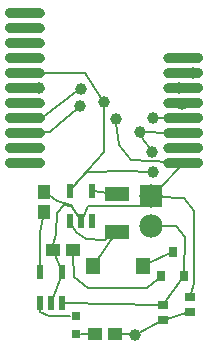
<source format=gtl>
G04 MADE WITH FRITZING*
G04 WWW.FRITZING.ORG*
G04 DOUBLE SIDED*
G04 HOLES PLATED*
G04 CONTOUR ON CENTER OF CONTOUR VECTOR*
%ASAXBY*%
%FSLAX23Y23*%
%MOIN*%
%OFA0B0*%
%SFA1.0B1.0*%
%ADD10C,0.039370*%
%ADD11C,0.078000*%
%ADD12R,0.078000X0.078000*%
%ADD13R,0.031496X0.035433*%
%ADD14R,0.021654X0.047244*%
%ADD15R,0.078740X0.047244*%
%ADD16R,0.050000X0.057874*%
%ADD17R,0.043307X0.047244*%
%ADD18R,0.047244X0.043307*%
%ADD19R,0.031496X0.031496*%
%ADD20R,0.100000X0.032000*%
%ADD21R,0.035433X0.027559*%
%ADD22C,0.008000*%
%ADD23C,0.012000*%
%ADD24R,0.001000X0.001000*%
%LNCOPPER1*%
G90*
G70*
G54D10*
X633Y923D03*
G54D11*
X493Y512D03*
X493Y412D03*
G54D10*
X584Y874D03*
X334Y828D03*
X596Y820D03*
X118Y875D03*
X258Y871D03*
X256Y813D03*
X374Y770D03*
X454Y726D03*
X499Y773D03*
X499Y593D03*
X440Y51D03*
X496Y661D03*
G54D12*
X493Y512D03*
G54D13*
X527Y246D03*
X602Y246D03*
X564Y328D03*
G54D14*
X222Y429D03*
X259Y429D03*
X296Y429D03*
X296Y531D03*
X222Y531D03*
G54D15*
X380Y394D03*
X380Y520D03*
G54D16*
X467Y281D03*
X298Y281D03*
G54D17*
X134Y459D03*
X134Y526D03*
G54D18*
X372Y55D03*
X305Y55D03*
G54D19*
X241Y114D03*
X241Y55D03*
G54D18*
X231Y333D03*
X164Y333D03*
G54D20*
X600Y623D03*
X600Y673D03*
X600Y723D03*
X600Y773D03*
X600Y823D03*
X600Y873D03*
X600Y923D03*
X600Y973D03*
X72Y1123D03*
X72Y1073D03*
X72Y1023D03*
X72Y973D03*
X72Y923D03*
X72Y873D03*
X72Y823D03*
X72Y773D03*
X72Y723D03*
X72Y673D03*
X72Y623D03*
G54D14*
X122Y157D03*
X160Y157D03*
X197Y157D03*
X197Y259D03*
X122Y259D03*
G54D21*
X621Y126D03*
X621Y177D03*
X531Y151D03*
X531Y100D03*
G54D22*
X620Y923D02*
X600Y923D01*
D02*
X597Y873D02*
X600Y873D01*
D02*
X606Y828D02*
X600Y823D01*
D02*
X186Y753D02*
X155Y728D01*
D02*
X246Y805D02*
X186Y753D01*
D02*
X155Y728D02*
X117Y726D01*
D02*
X133Y777D02*
X117Y776D01*
D02*
X247Y863D02*
X133Y777D01*
G54D23*
D02*
X104Y875D02*
X117Y875D01*
G54D22*
D02*
X327Y839D02*
X273Y925D01*
D02*
X273Y925D02*
X117Y924D01*
D02*
X338Y368D02*
X351Y376D01*
D02*
X227Y537D02*
X336Y661D01*
D02*
X276Y369D02*
X338Y368D01*
D02*
X241Y393D02*
X276Y369D01*
D02*
X227Y419D02*
X241Y393D01*
D02*
X334Y764D02*
X334Y814D01*
D02*
X336Y661D02*
X334Y764D01*
D02*
X538Y159D02*
X593Y233D01*
D02*
X604Y377D02*
X602Y258D01*
D02*
X518Y412D02*
X577Y414D01*
D02*
X577Y414D02*
X604Y377D01*
D02*
X635Y321D02*
X634Y225D01*
D02*
X634Y225D02*
X624Y186D01*
D02*
X637Y464D02*
X635Y321D01*
D02*
X517Y511D02*
X602Y507D01*
D02*
X602Y507D02*
X637Y464D01*
D02*
X236Y244D02*
X232Y317D01*
D02*
X480Y207D02*
X283Y208D01*
D02*
X517Y237D02*
X480Y207D01*
D02*
X283Y208D02*
X236Y244D01*
D02*
X554Y323D02*
X487Y290D01*
D02*
X287Y55D02*
X259Y55D01*
D02*
X315Y304D02*
X367Y376D01*
D02*
X122Y278D02*
X122Y392D01*
D02*
X122Y392D02*
X131Y441D01*
D02*
X302Y530D02*
X346Y524D01*
D02*
X178Y498D02*
X226Y484D01*
D02*
X151Y516D02*
X178Y498D01*
D02*
X519Y93D02*
X452Y58D01*
D02*
X202Y157D02*
X519Y151D01*
D02*
X223Y114D02*
X153Y114D01*
D02*
X123Y128D02*
X123Y139D01*
D02*
X153Y114D02*
X123Y128D01*
D02*
X171Y317D02*
X192Y271D01*
D02*
X609Y123D02*
X544Y103D01*
D02*
X201Y482D02*
X227Y480D01*
D02*
X227Y480D02*
X254Y437D01*
D02*
X174Y388D02*
X179Y456D01*
D02*
X167Y349D02*
X174Y388D01*
D02*
X386Y682D02*
X375Y756D01*
D02*
X426Y632D02*
X386Y682D01*
D02*
X556Y626D02*
X426Y632D01*
D02*
X556Y724D02*
X467Y726D01*
D02*
X556Y773D02*
X513Y773D01*
D02*
X165Y172D02*
X192Y245D01*
D02*
X264Y440D02*
X283Y481D01*
D02*
X283Y481D02*
X467Y481D01*
D02*
X179Y456D02*
X201Y482D01*
D02*
X411Y598D02*
X486Y594D01*
D02*
X279Y592D02*
X411Y598D01*
D02*
X227Y537D02*
X279Y592D01*
D02*
X521Y540D02*
X510Y529D01*
D02*
X591Y613D02*
X521Y540D01*
D02*
X467Y481D02*
X477Y493D01*
D02*
X226Y484D02*
X254Y437D01*
D02*
X427Y52D02*
X390Y54D01*
D02*
X470Y698D02*
X488Y672D01*
D02*
X463Y710D02*
X470Y698D01*
G54D24*
X17Y1139D02*
X21Y1139D01*
X122Y1139D02*
X126Y1139D01*
X15Y1138D02*
X21Y1138D01*
X122Y1138D02*
X129Y1138D01*
X13Y1137D02*
X21Y1137D01*
X122Y1137D02*
X130Y1137D01*
X12Y1136D02*
X21Y1136D01*
X122Y1136D02*
X132Y1136D01*
X11Y1135D02*
X21Y1135D01*
X122Y1135D02*
X133Y1135D01*
X10Y1134D02*
X21Y1134D01*
X122Y1134D02*
X134Y1134D01*
X9Y1133D02*
X21Y1133D01*
X122Y1133D02*
X134Y1133D01*
X9Y1132D02*
X21Y1132D01*
X122Y1132D02*
X135Y1132D01*
X8Y1131D02*
X21Y1131D01*
X122Y1131D02*
X136Y1131D01*
X8Y1130D02*
X21Y1130D01*
X122Y1130D02*
X136Y1130D01*
X7Y1129D02*
X21Y1129D01*
X122Y1129D02*
X136Y1129D01*
X7Y1128D02*
X21Y1128D01*
X122Y1128D02*
X137Y1128D01*
X7Y1127D02*
X21Y1127D01*
X122Y1127D02*
X137Y1127D01*
X7Y1126D02*
X21Y1126D01*
X122Y1126D02*
X137Y1126D01*
X6Y1125D02*
X21Y1125D01*
X122Y1125D02*
X137Y1125D01*
X6Y1124D02*
X21Y1124D01*
X122Y1124D02*
X137Y1124D01*
X6Y1123D02*
X21Y1123D01*
X122Y1123D02*
X137Y1123D01*
X7Y1122D02*
X21Y1122D01*
X122Y1122D02*
X137Y1122D01*
X7Y1121D02*
X21Y1121D01*
X122Y1121D02*
X137Y1121D01*
X7Y1120D02*
X21Y1120D01*
X122Y1120D02*
X137Y1120D01*
X7Y1119D02*
X21Y1119D01*
X122Y1119D02*
X137Y1119D01*
X8Y1118D02*
X21Y1118D01*
X122Y1118D02*
X136Y1118D01*
X8Y1117D02*
X21Y1117D01*
X122Y1117D02*
X136Y1117D01*
X8Y1116D02*
X21Y1116D01*
X122Y1116D02*
X135Y1116D01*
X9Y1115D02*
X21Y1115D01*
X122Y1115D02*
X135Y1115D01*
X10Y1114D02*
X21Y1114D01*
X122Y1114D02*
X134Y1114D01*
X11Y1113D02*
X21Y1113D01*
X122Y1113D02*
X133Y1113D01*
X12Y1112D02*
X21Y1112D01*
X122Y1112D02*
X132Y1112D01*
X13Y1111D02*
X21Y1111D01*
X122Y1111D02*
X131Y1111D01*
X14Y1110D02*
X21Y1110D01*
X122Y1110D02*
X129Y1110D01*
X16Y1109D02*
X21Y1109D01*
X122Y1109D02*
X127Y1109D01*
X20Y1108D02*
X21Y1108D01*
X123Y1108D02*
X124Y1108D01*
X17Y1089D02*
X21Y1089D01*
X122Y1089D02*
X126Y1089D01*
X15Y1088D02*
X21Y1088D01*
X122Y1088D02*
X129Y1088D01*
X13Y1087D02*
X21Y1087D01*
X122Y1087D02*
X130Y1087D01*
X12Y1086D02*
X21Y1086D01*
X122Y1086D02*
X132Y1086D01*
X11Y1085D02*
X21Y1085D01*
X122Y1085D02*
X133Y1085D01*
X10Y1084D02*
X21Y1084D01*
X122Y1084D02*
X134Y1084D01*
X9Y1083D02*
X21Y1083D01*
X122Y1083D02*
X134Y1083D01*
X9Y1082D02*
X21Y1082D01*
X122Y1082D02*
X135Y1082D01*
X8Y1081D02*
X21Y1081D01*
X122Y1081D02*
X136Y1081D01*
X8Y1080D02*
X21Y1080D01*
X122Y1080D02*
X136Y1080D01*
X7Y1079D02*
X21Y1079D01*
X122Y1079D02*
X136Y1079D01*
X7Y1078D02*
X21Y1078D01*
X122Y1078D02*
X137Y1078D01*
X7Y1077D02*
X21Y1077D01*
X122Y1077D02*
X137Y1077D01*
X7Y1076D02*
X21Y1076D01*
X122Y1076D02*
X137Y1076D01*
X6Y1075D02*
X21Y1075D01*
X122Y1075D02*
X137Y1075D01*
X6Y1074D02*
X21Y1074D01*
X122Y1074D02*
X137Y1074D01*
X6Y1073D02*
X21Y1073D01*
X122Y1073D02*
X137Y1073D01*
X7Y1072D02*
X21Y1072D01*
X122Y1072D02*
X137Y1072D01*
X7Y1071D02*
X21Y1071D01*
X122Y1071D02*
X137Y1071D01*
X7Y1070D02*
X21Y1070D01*
X122Y1070D02*
X137Y1070D01*
X7Y1069D02*
X21Y1069D01*
X122Y1069D02*
X137Y1069D01*
X8Y1068D02*
X21Y1068D01*
X122Y1068D02*
X136Y1068D01*
X8Y1067D02*
X21Y1067D01*
X122Y1067D02*
X136Y1067D01*
X8Y1066D02*
X21Y1066D01*
X122Y1066D02*
X135Y1066D01*
X9Y1065D02*
X21Y1065D01*
X122Y1065D02*
X135Y1065D01*
X10Y1064D02*
X21Y1064D01*
X122Y1064D02*
X134Y1064D01*
X11Y1063D02*
X21Y1063D01*
X122Y1063D02*
X133Y1063D01*
X12Y1062D02*
X21Y1062D01*
X122Y1062D02*
X132Y1062D01*
X13Y1061D02*
X21Y1061D01*
X122Y1061D02*
X131Y1061D01*
X14Y1060D02*
X21Y1060D01*
X122Y1060D02*
X129Y1060D01*
X16Y1059D02*
X21Y1059D01*
X122Y1059D02*
X127Y1059D01*
X20Y1058D02*
X21Y1058D01*
X123Y1058D02*
X124Y1058D01*
X17Y1039D02*
X21Y1039D01*
X122Y1039D02*
X126Y1039D01*
X15Y1038D02*
X21Y1038D01*
X122Y1038D02*
X129Y1038D01*
X13Y1037D02*
X21Y1037D01*
X122Y1037D02*
X130Y1037D01*
X12Y1036D02*
X21Y1036D01*
X122Y1036D02*
X132Y1036D01*
X11Y1035D02*
X21Y1035D01*
X122Y1035D02*
X133Y1035D01*
X10Y1034D02*
X21Y1034D01*
X122Y1034D02*
X134Y1034D01*
X9Y1033D02*
X21Y1033D01*
X122Y1033D02*
X134Y1033D01*
X9Y1032D02*
X21Y1032D01*
X122Y1032D02*
X135Y1032D01*
X8Y1031D02*
X21Y1031D01*
X122Y1031D02*
X136Y1031D01*
X8Y1030D02*
X21Y1030D01*
X122Y1030D02*
X136Y1030D01*
X7Y1029D02*
X21Y1029D01*
X122Y1029D02*
X136Y1029D01*
X7Y1028D02*
X21Y1028D01*
X122Y1028D02*
X137Y1028D01*
X7Y1027D02*
X21Y1027D01*
X122Y1027D02*
X137Y1027D01*
X7Y1026D02*
X21Y1026D01*
X122Y1026D02*
X137Y1026D01*
X6Y1025D02*
X21Y1025D01*
X122Y1025D02*
X137Y1025D01*
X6Y1024D02*
X21Y1024D01*
X122Y1024D02*
X137Y1024D01*
X6Y1023D02*
X21Y1023D01*
X122Y1023D02*
X137Y1023D01*
X7Y1022D02*
X21Y1022D01*
X122Y1022D02*
X137Y1022D01*
X7Y1021D02*
X21Y1021D01*
X122Y1021D02*
X137Y1021D01*
X7Y1020D02*
X21Y1020D01*
X122Y1020D02*
X137Y1020D01*
X7Y1019D02*
X21Y1019D01*
X122Y1019D02*
X137Y1019D01*
X8Y1018D02*
X21Y1018D01*
X122Y1018D02*
X136Y1018D01*
X8Y1017D02*
X21Y1017D01*
X122Y1017D02*
X136Y1017D01*
X8Y1016D02*
X21Y1016D01*
X122Y1016D02*
X135Y1016D01*
X9Y1015D02*
X21Y1015D01*
X122Y1015D02*
X135Y1015D01*
X10Y1014D02*
X21Y1014D01*
X122Y1014D02*
X134Y1014D01*
X11Y1013D02*
X21Y1013D01*
X122Y1013D02*
X133Y1013D01*
X12Y1012D02*
X21Y1012D01*
X122Y1012D02*
X132Y1012D01*
X13Y1011D02*
X21Y1011D01*
X122Y1011D02*
X131Y1011D01*
X14Y1010D02*
X21Y1010D01*
X122Y1010D02*
X129Y1010D01*
X16Y1009D02*
X21Y1009D01*
X122Y1009D02*
X127Y1009D01*
X20Y1008D02*
X21Y1008D01*
X123Y1008D02*
X124Y1008D01*
X17Y989D02*
X21Y989D01*
X122Y989D02*
X126Y989D01*
X545Y989D02*
X549Y989D01*
X650Y989D02*
X654Y989D01*
X15Y988D02*
X21Y988D01*
X122Y988D02*
X129Y988D01*
X543Y988D02*
X549Y988D01*
X650Y988D02*
X657Y988D01*
X13Y987D02*
X21Y987D01*
X122Y987D02*
X130Y987D01*
X541Y987D02*
X549Y987D01*
X650Y987D02*
X658Y987D01*
X12Y986D02*
X21Y986D01*
X122Y986D02*
X132Y986D01*
X540Y986D02*
X549Y986D01*
X650Y986D02*
X660Y986D01*
X11Y985D02*
X21Y985D01*
X122Y985D02*
X133Y985D01*
X539Y985D02*
X549Y985D01*
X650Y985D02*
X661Y985D01*
X10Y984D02*
X21Y984D01*
X122Y984D02*
X134Y984D01*
X538Y984D02*
X549Y984D01*
X650Y984D02*
X661Y984D01*
X9Y983D02*
X21Y983D01*
X122Y983D02*
X134Y983D01*
X537Y983D02*
X549Y983D01*
X650Y983D02*
X662Y983D01*
X9Y982D02*
X21Y982D01*
X122Y982D02*
X135Y982D01*
X536Y982D02*
X549Y982D01*
X650Y982D02*
X663Y982D01*
X8Y981D02*
X21Y981D01*
X122Y981D02*
X136Y981D01*
X536Y981D02*
X549Y981D01*
X650Y981D02*
X663Y981D01*
X8Y980D02*
X21Y980D01*
X122Y980D02*
X136Y980D01*
X535Y980D02*
X549Y980D01*
X650Y980D02*
X664Y980D01*
X7Y979D02*
X21Y979D01*
X122Y979D02*
X136Y979D01*
X535Y979D02*
X549Y979D01*
X650Y979D02*
X664Y979D01*
X7Y978D02*
X21Y978D01*
X122Y978D02*
X137Y978D01*
X535Y978D02*
X549Y978D01*
X650Y978D02*
X665Y978D01*
X7Y977D02*
X21Y977D01*
X122Y977D02*
X137Y977D01*
X535Y977D02*
X549Y977D01*
X650Y977D02*
X665Y977D01*
X7Y976D02*
X21Y976D01*
X122Y976D02*
X137Y976D01*
X534Y976D02*
X549Y976D01*
X650Y976D02*
X665Y976D01*
X6Y975D02*
X21Y975D01*
X122Y975D02*
X137Y975D01*
X534Y975D02*
X549Y975D01*
X650Y975D02*
X665Y975D01*
X6Y974D02*
X21Y974D01*
X122Y974D02*
X137Y974D01*
X534Y974D02*
X549Y974D01*
X650Y974D02*
X665Y974D01*
X6Y973D02*
X21Y973D01*
X122Y973D02*
X137Y973D01*
X534Y973D02*
X549Y973D01*
X650Y973D02*
X665Y973D01*
X7Y972D02*
X21Y972D01*
X122Y972D02*
X137Y972D01*
X534Y972D02*
X549Y972D01*
X650Y972D02*
X665Y972D01*
X7Y971D02*
X21Y971D01*
X122Y971D02*
X137Y971D01*
X534Y971D02*
X549Y971D01*
X650Y971D02*
X665Y971D01*
X7Y970D02*
X21Y970D01*
X122Y970D02*
X137Y970D01*
X535Y970D02*
X549Y970D01*
X650Y970D02*
X665Y970D01*
X7Y969D02*
X21Y969D01*
X122Y969D02*
X137Y969D01*
X535Y969D02*
X549Y969D01*
X650Y969D02*
X664Y969D01*
X8Y968D02*
X21Y968D01*
X122Y968D02*
X136Y968D01*
X535Y968D02*
X549Y968D01*
X650Y968D02*
X664Y968D01*
X8Y967D02*
X21Y967D01*
X122Y967D02*
X136Y967D01*
X536Y967D02*
X549Y967D01*
X650Y967D02*
X664Y967D01*
X8Y966D02*
X21Y966D01*
X122Y966D02*
X135Y966D01*
X536Y966D02*
X549Y966D01*
X650Y966D02*
X663Y966D01*
X9Y965D02*
X21Y965D01*
X122Y965D02*
X135Y965D01*
X537Y965D02*
X549Y965D01*
X650Y965D02*
X662Y965D01*
X10Y964D02*
X21Y964D01*
X122Y964D02*
X134Y964D01*
X538Y964D02*
X549Y964D01*
X650Y964D02*
X662Y964D01*
X11Y963D02*
X21Y963D01*
X122Y963D02*
X133Y963D01*
X538Y963D02*
X549Y963D01*
X650Y963D02*
X661Y963D01*
X12Y962D02*
X21Y962D01*
X122Y962D02*
X132Y962D01*
X539Y962D02*
X549Y962D01*
X650Y962D02*
X660Y962D01*
X13Y961D02*
X21Y961D01*
X122Y961D02*
X131Y961D01*
X541Y961D02*
X549Y961D01*
X650Y961D02*
X659Y961D01*
X14Y960D02*
X21Y960D01*
X122Y960D02*
X129Y960D01*
X542Y960D02*
X549Y960D01*
X650Y960D02*
X657Y960D01*
X16Y959D02*
X21Y959D01*
X122Y959D02*
X127Y959D01*
X544Y959D02*
X549Y959D01*
X650Y959D02*
X655Y959D01*
X20Y958D02*
X21Y958D01*
X123Y958D02*
X124Y958D01*
X548Y958D02*
X549Y958D01*
X650Y958D02*
X651Y958D01*
X17Y939D02*
X21Y939D01*
X122Y939D02*
X126Y939D01*
X545Y939D02*
X549Y939D01*
X650Y939D02*
X654Y939D01*
X15Y938D02*
X21Y938D01*
X122Y938D02*
X129Y938D01*
X543Y938D02*
X549Y938D01*
X650Y938D02*
X657Y938D01*
X13Y937D02*
X21Y937D01*
X122Y937D02*
X130Y937D01*
X541Y937D02*
X549Y937D01*
X650Y937D02*
X658Y937D01*
X12Y936D02*
X21Y936D01*
X122Y936D02*
X132Y936D01*
X540Y936D02*
X549Y936D01*
X650Y936D02*
X660Y936D01*
X11Y935D02*
X21Y935D01*
X122Y935D02*
X133Y935D01*
X539Y935D02*
X549Y935D01*
X650Y935D02*
X661Y935D01*
X10Y934D02*
X21Y934D01*
X122Y934D02*
X134Y934D01*
X538Y934D02*
X549Y934D01*
X650Y934D02*
X661Y934D01*
X9Y933D02*
X21Y933D01*
X122Y933D02*
X134Y933D01*
X537Y933D02*
X549Y933D01*
X650Y933D02*
X662Y933D01*
X9Y932D02*
X21Y932D01*
X122Y932D02*
X135Y932D01*
X536Y932D02*
X549Y932D01*
X650Y932D02*
X663Y932D01*
X8Y931D02*
X21Y931D01*
X122Y931D02*
X136Y931D01*
X536Y931D02*
X549Y931D01*
X650Y931D02*
X663Y931D01*
X8Y930D02*
X21Y930D01*
X122Y930D02*
X136Y930D01*
X535Y930D02*
X549Y930D01*
X650Y930D02*
X664Y930D01*
X7Y929D02*
X21Y929D01*
X122Y929D02*
X136Y929D01*
X535Y929D02*
X549Y929D01*
X650Y929D02*
X664Y929D01*
X7Y928D02*
X21Y928D01*
X122Y928D02*
X137Y928D01*
X535Y928D02*
X549Y928D01*
X650Y928D02*
X665Y928D01*
X7Y927D02*
X21Y927D01*
X122Y927D02*
X137Y927D01*
X535Y927D02*
X549Y927D01*
X650Y927D02*
X665Y927D01*
X7Y926D02*
X21Y926D01*
X122Y926D02*
X137Y926D01*
X534Y926D02*
X549Y926D01*
X650Y926D02*
X665Y926D01*
X6Y925D02*
X21Y925D01*
X122Y925D02*
X137Y925D01*
X534Y925D02*
X549Y925D01*
X650Y925D02*
X665Y925D01*
X6Y924D02*
X21Y924D01*
X122Y924D02*
X137Y924D01*
X534Y924D02*
X549Y924D01*
X650Y924D02*
X665Y924D01*
X6Y923D02*
X21Y923D01*
X122Y923D02*
X137Y923D01*
X534Y923D02*
X549Y923D01*
X650Y923D02*
X665Y923D01*
X7Y922D02*
X21Y922D01*
X122Y922D02*
X137Y922D01*
X534Y922D02*
X549Y922D01*
X650Y922D02*
X665Y922D01*
X7Y921D02*
X21Y921D01*
X122Y921D02*
X137Y921D01*
X534Y921D02*
X549Y921D01*
X650Y921D02*
X665Y921D01*
X7Y920D02*
X21Y920D01*
X122Y920D02*
X137Y920D01*
X535Y920D02*
X549Y920D01*
X650Y920D02*
X665Y920D01*
X7Y919D02*
X21Y919D01*
X122Y919D02*
X137Y919D01*
X535Y919D02*
X549Y919D01*
X650Y919D02*
X664Y919D01*
X8Y918D02*
X21Y918D01*
X122Y918D02*
X136Y918D01*
X535Y918D02*
X549Y918D01*
X650Y918D02*
X664Y918D01*
X8Y917D02*
X21Y917D01*
X122Y917D02*
X136Y917D01*
X536Y917D02*
X549Y917D01*
X650Y917D02*
X664Y917D01*
X8Y916D02*
X21Y916D01*
X122Y916D02*
X135Y916D01*
X536Y916D02*
X549Y916D01*
X650Y916D02*
X663Y916D01*
X9Y915D02*
X21Y915D01*
X122Y915D02*
X135Y915D01*
X537Y915D02*
X549Y915D01*
X650Y915D02*
X662Y915D01*
X10Y914D02*
X21Y914D01*
X122Y914D02*
X134Y914D01*
X538Y914D02*
X549Y914D01*
X650Y914D02*
X662Y914D01*
X11Y913D02*
X21Y913D01*
X122Y913D02*
X133Y913D01*
X538Y913D02*
X549Y913D01*
X650Y913D02*
X661Y913D01*
X12Y912D02*
X21Y912D01*
X122Y912D02*
X132Y912D01*
X539Y912D02*
X549Y912D01*
X650Y912D02*
X660Y912D01*
X13Y911D02*
X21Y911D01*
X122Y911D02*
X131Y911D01*
X541Y911D02*
X549Y911D01*
X650Y911D02*
X659Y911D01*
X14Y910D02*
X21Y910D01*
X122Y910D02*
X129Y910D01*
X542Y910D02*
X549Y910D01*
X650Y910D02*
X657Y910D01*
X16Y909D02*
X21Y909D01*
X122Y909D02*
X127Y909D01*
X544Y909D02*
X549Y909D01*
X650Y909D02*
X655Y909D01*
X20Y908D02*
X21Y908D01*
X123Y908D02*
X124Y908D01*
X548Y908D02*
X549Y908D01*
X650Y908D02*
X651Y908D01*
X17Y889D02*
X21Y889D01*
X122Y889D02*
X126Y889D01*
X545Y889D02*
X549Y889D01*
X650Y889D02*
X654Y889D01*
X15Y888D02*
X21Y888D01*
X122Y888D02*
X129Y888D01*
X543Y888D02*
X549Y888D01*
X650Y888D02*
X657Y888D01*
X13Y887D02*
X21Y887D01*
X122Y887D02*
X130Y887D01*
X541Y887D02*
X549Y887D01*
X650Y887D02*
X658Y887D01*
X12Y886D02*
X21Y886D01*
X122Y886D02*
X132Y886D01*
X540Y886D02*
X549Y886D01*
X650Y886D02*
X660Y886D01*
X11Y885D02*
X21Y885D01*
X122Y885D02*
X133Y885D01*
X539Y885D02*
X549Y885D01*
X650Y885D02*
X661Y885D01*
X10Y884D02*
X21Y884D01*
X122Y884D02*
X134Y884D01*
X538Y884D02*
X549Y884D01*
X650Y884D02*
X661Y884D01*
X9Y883D02*
X21Y883D01*
X122Y883D02*
X134Y883D01*
X537Y883D02*
X549Y883D01*
X650Y883D02*
X662Y883D01*
X9Y882D02*
X21Y882D01*
X122Y882D02*
X135Y882D01*
X536Y882D02*
X549Y882D01*
X650Y882D02*
X663Y882D01*
X8Y881D02*
X21Y881D01*
X122Y881D02*
X136Y881D01*
X536Y881D02*
X549Y881D01*
X650Y881D02*
X663Y881D01*
X8Y880D02*
X21Y880D01*
X122Y880D02*
X136Y880D01*
X535Y880D02*
X549Y880D01*
X650Y880D02*
X664Y880D01*
X7Y879D02*
X21Y879D01*
X122Y879D02*
X136Y879D01*
X535Y879D02*
X549Y879D01*
X650Y879D02*
X664Y879D01*
X7Y878D02*
X21Y878D01*
X122Y878D02*
X137Y878D01*
X535Y878D02*
X549Y878D01*
X650Y878D02*
X665Y878D01*
X7Y877D02*
X21Y877D01*
X122Y877D02*
X137Y877D01*
X535Y877D02*
X549Y877D01*
X650Y877D02*
X665Y877D01*
X7Y876D02*
X21Y876D01*
X122Y876D02*
X137Y876D01*
X534Y876D02*
X549Y876D01*
X650Y876D02*
X665Y876D01*
X6Y875D02*
X21Y875D01*
X122Y875D02*
X137Y875D01*
X534Y875D02*
X549Y875D01*
X650Y875D02*
X665Y875D01*
X6Y874D02*
X21Y874D01*
X122Y874D02*
X137Y874D01*
X534Y874D02*
X549Y874D01*
X650Y874D02*
X665Y874D01*
X6Y873D02*
X21Y873D01*
X122Y873D02*
X137Y873D01*
X534Y873D02*
X549Y873D01*
X650Y873D02*
X665Y873D01*
X7Y872D02*
X21Y872D01*
X122Y872D02*
X137Y872D01*
X534Y872D02*
X549Y872D01*
X650Y872D02*
X665Y872D01*
X7Y871D02*
X21Y871D01*
X122Y871D02*
X137Y871D01*
X534Y871D02*
X549Y871D01*
X650Y871D02*
X665Y871D01*
X7Y870D02*
X21Y870D01*
X122Y870D02*
X137Y870D01*
X535Y870D02*
X549Y870D01*
X650Y870D02*
X665Y870D01*
X7Y869D02*
X21Y869D01*
X122Y869D02*
X137Y869D01*
X535Y869D02*
X549Y869D01*
X650Y869D02*
X664Y869D01*
X8Y868D02*
X21Y868D01*
X122Y868D02*
X136Y868D01*
X535Y868D02*
X549Y868D01*
X650Y868D02*
X664Y868D01*
X8Y867D02*
X21Y867D01*
X122Y867D02*
X136Y867D01*
X536Y867D02*
X549Y867D01*
X650Y867D02*
X664Y867D01*
X8Y866D02*
X21Y866D01*
X122Y866D02*
X135Y866D01*
X536Y866D02*
X549Y866D01*
X650Y866D02*
X663Y866D01*
X9Y865D02*
X21Y865D01*
X122Y865D02*
X135Y865D01*
X537Y865D02*
X549Y865D01*
X650Y865D02*
X662Y865D01*
X10Y864D02*
X21Y864D01*
X122Y864D02*
X134Y864D01*
X538Y864D02*
X549Y864D01*
X650Y864D02*
X662Y864D01*
X11Y863D02*
X21Y863D01*
X122Y863D02*
X133Y863D01*
X538Y863D02*
X549Y863D01*
X650Y863D02*
X661Y863D01*
X12Y862D02*
X21Y862D01*
X122Y862D02*
X132Y862D01*
X539Y862D02*
X549Y862D01*
X650Y862D02*
X660Y862D01*
X13Y861D02*
X21Y861D01*
X122Y861D02*
X131Y861D01*
X541Y861D02*
X549Y861D01*
X650Y861D02*
X659Y861D01*
X14Y860D02*
X21Y860D01*
X122Y860D02*
X129Y860D01*
X542Y860D02*
X549Y860D01*
X650Y860D02*
X657Y860D01*
X16Y859D02*
X21Y859D01*
X122Y859D02*
X127Y859D01*
X544Y859D02*
X549Y859D01*
X650Y859D02*
X655Y859D01*
X20Y858D02*
X21Y858D01*
X123Y858D02*
X124Y858D01*
X548Y858D02*
X549Y858D01*
X650Y858D02*
X651Y858D01*
X17Y839D02*
X21Y839D01*
X122Y839D02*
X126Y839D01*
X545Y839D02*
X549Y839D01*
X650Y839D02*
X654Y839D01*
X15Y838D02*
X21Y838D01*
X122Y838D02*
X129Y838D01*
X543Y838D02*
X549Y838D01*
X650Y838D02*
X657Y838D01*
X13Y837D02*
X21Y837D01*
X122Y837D02*
X130Y837D01*
X541Y837D02*
X549Y837D01*
X650Y837D02*
X658Y837D01*
X12Y836D02*
X21Y836D01*
X122Y836D02*
X132Y836D01*
X540Y836D02*
X549Y836D01*
X650Y836D02*
X660Y836D01*
X11Y835D02*
X21Y835D01*
X122Y835D02*
X133Y835D01*
X539Y835D02*
X549Y835D01*
X650Y835D02*
X661Y835D01*
X10Y834D02*
X21Y834D01*
X122Y834D02*
X134Y834D01*
X538Y834D02*
X549Y834D01*
X650Y834D02*
X661Y834D01*
X9Y833D02*
X21Y833D01*
X122Y833D02*
X134Y833D01*
X537Y833D02*
X549Y833D01*
X650Y833D02*
X662Y833D01*
X9Y832D02*
X21Y832D01*
X122Y832D02*
X135Y832D01*
X536Y832D02*
X549Y832D01*
X650Y832D02*
X663Y832D01*
X8Y831D02*
X21Y831D01*
X122Y831D02*
X136Y831D01*
X536Y831D02*
X549Y831D01*
X650Y831D02*
X663Y831D01*
X8Y830D02*
X21Y830D01*
X122Y830D02*
X136Y830D01*
X535Y830D02*
X549Y830D01*
X650Y830D02*
X664Y830D01*
X7Y829D02*
X21Y829D01*
X122Y829D02*
X136Y829D01*
X535Y829D02*
X549Y829D01*
X650Y829D02*
X664Y829D01*
X7Y828D02*
X21Y828D01*
X122Y828D02*
X137Y828D01*
X535Y828D02*
X549Y828D01*
X650Y828D02*
X665Y828D01*
X7Y827D02*
X21Y827D01*
X122Y827D02*
X137Y827D01*
X535Y827D02*
X549Y827D01*
X650Y827D02*
X665Y827D01*
X7Y826D02*
X21Y826D01*
X122Y826D02*
X137Y826D01*
X534Y826D02*
X549Y826D01*
X650Y826D02*
X665Y826D01*
X6Y825D02*
X21Y825D01*
X122Y825D02*
X137Y825D01*
X534Y825D02*
X549Y825D01*
X650Y825D02*
X665Y825D01*
X6Y824D02*
X21Y824D01*
X122Y824D02*
X137Y824D01*
X534Y824D02*
X549Y824D01*
X650Y824D02*
X665Y824D01*
X6Y823D02*
X21Y823D01*
X122Y823D02*
X137Y823D01*
X534Y823D02*
X549Y823D01*
X650Y823D02*
X665Y823D01*
X7Y822D02*
X21Y822D01*
X122Y822D02*
X137Y822D01*
X534Y822D02*
X549Y822D01*
X650Y822D02*
X665Y822D01*
X7Y821D02*
X21Y821D01*
X122Y821D02*
X137Y821D01*
X534Y821D02*
X549Y821D01*
X650Y821D02*
X665Y821D01*
X7Y820D02*
X21Y820D01*
X122Y820D02*
X137Y820D01*
X535Y820D02*
X549Y820D01*
X650Y820D02*
X665Y820D01*
X7Y819D02*
X21Y819D01*
X122Y819D02*
X137Y819D01*
X535Y819D02*
X549Y819D01*
X650Y819D02*
X664Y819D01*
X8Y818D02*
X21Y818D01*
X122Y818D02*
X136Y818D01*
X535Y818D02*
X549Y818D01*
X650Y818D02*
X664Y818D01*
X8Y817D02*
X21Y817D01*
X122Y817D02*
X136Y817D01*
X536Y817D02*
X549Y817D01*
X650Y817D02*
X664Y817D01*
X8Y816D02*
X21Y816D01*
X122Y816D02*
X135Y816D01*
X536Y816D02*
X549Y816D01*
X650Y816D02*
X663Y816D01*
X9Y815D02*
X21Y815D01*
X122Y815D02*
X135Y815D01*
X537Y815D02*
X549Y815D01*
X650Y815D02*
X662Y815D01*
X10Y814D02*
X21Y814D01*
X122Y814D02*
X134Y814D01*
X538Y814D02*
X549Y814D01*
X650Y814D02*
X662Y814D01*
X11Y813D02*
X21Y813D01*
X122Y813D02*
X133Y813D01*
X538Y813D02*
X549Y813D01*
X650Y813D02*
X661Y813D01*
X12Y812D02*
X21Y812D01*
X122Y812D02*
X132Y812D01*
X539Y812D02*
X549Y812D01*
X650Y812D02*
X660Y812D01*
X13Y811D02*
X21Y811D01*
X122Y811D02*
X131Y811D01*
X541Y811D02*
X549Y811D01*
X650Y811D02*
X659Y811D01*
X14Y810D02*
X21Y810D01*
X122Y810D02*
X129Y810D01*
X542Y810D02*
X549Y810D01*
X650Y810D02*
X657Y810D01*
X16Y809D02*
X21Y809D01*
X122Y809D02*
X127Y809D01*
X544Y809D02*
X549Y809D01*
X650Y809D02*
X655Y809D01*
X20Y808D02*
X21Y808D01*
X123Y808D02*
X124Y808D01*
X548Y808D02*
X549Y808D01*
X650Y808D02*
X651Y808D01*
X17Y789D02*
X21Y789D01*
X122Y789D02*
X127Y789D01*
X545Y789D02*
X549Y789D01*
X650Y789D02*
X654Y789D01*
X15Y788D02*
X21Y788D01*
X122Y788D02*
X129Y788D01*
X543Y788D02*
X549Y788D01*
X650Y788D02*
X657Y788D01*
X13Y787D02*
X21Y787D01*
X122Y787D02*
X130Y787D01*
X541Y787D02*
X549Y787D01*
X650Y787D02*
X658Y787D01*
X12Y786D02*
X21Y786D01*
X122Y786D02*
X132Y786D01*
X540Y786D02*
X549Y786D01*
X650Y786D02*
X660Y786D01*
X11Y785D02*
X21Y785D01*
X122Y785D02*
X133Y785D01*
X539Y785D02*
X549Y785D01*
X650Y785D02*
X661Y785D01*
X10Y784D02*
X21Y784D01*
X122Y784D02*
X134Y784D01*
X538Y784D02*
X549Y784D01*
X650Y784D02*
X661Y784D01*
X9Y783D02*
X21Y783D01*
X122Y783D02*
X134Y783D01*
X537Y783D02*
X549Y783D01*
X650Y783D02*
X662Y783D01*
X9Y782D02*
X21Y782D01*
X122Y782D02*
X135Y782D01*
X536Y782D02*
X549Y782D01*
X650Y782D02*
X663Y782D01*
X8Y781D02*
X21Y781D01*
X122Y781D02*
X136Y781D01*
X536Y781D02*
X549Y781D01*
X650Y781D02*
X663Y781D01*
X8Y780D02*
X21Y780D01*
X122Y780D02*
X136Y780D01*
X535Y780D02*
X549Y780D01*
X650Y780D02*
X664Y780D01*
X7Y779D02*
X21Y779D01*
X122Y779D02*
X136Y779D01*
X535Y779D02*
X549Y779D01*
X650Y779D02*
X664Y779D01*
X7Y778D02*
X21Y778D01*
X122Y778D02*
X137Y778D01*
X535Y778D02*
X549Y778D01*
X650Y778D02*
X665Y778D01*
X7Y777D02*
X21Y777D01*
X122Y777D02*
X137Y777D01*
X534Y777D02*
X549Y777D01*
X650Y777D02*
X665Y777D01*
X7Y776D02*
X21Y776D01*
X122Y776D02*
X137Y776D01*
X534Y776D02*
X549Y776D01*
X650Y776D02*
X665Y776D01*
X6Y775D02*
X21Y775D01*
X122Y775D02*
X137Y775D01*
X534Y775D02*
X549Y775D01*
X650Y775D02*
X665Y775D01*
X6Y774D02*
X21Y774D01*
X122Y774D02*
X137Y774D01*
X534Y774D02*
X549Y774D01*
X650Y774D02*
X665Y774D01*
X6Y773D02*
X21Y773D01*
X122Y773D02*
X137Y773D01*
X534Y773D02*
X549Y773D01*
X650Y773D02*
X665Y773D01*
X7Y772D02*
X21Y772D01*
X122Y772D02*
X137Y772D01*
X534Y772D02*
X549Y772D01*
X650Y772D02*
X665Y772D01*
X7Y771D02*
X21Y771D01*
X122Y771D02*
X137Y771D01*
X534Y771D02*
X549Y771D01*
X650Y771D02*
X665Y771D01*
X7Y770D02*
X21Y770D01*
X122Y770D02*
X137Y770D01*
X535Y770D02*
X549Y770D01*
X650Y770D02*
X665Y770D01*
X7Y769D02*
X21Y769D01*
X122Y769D02*
X137Y769D01*
X535Y769D02*
X549Y769D01*
X650Y769D02*
X664Y769D01*
X8Y768D02*
X21Y768D01*
X122Y768D02*
X136Y768D01*
X535Y768D02*
X549Y768D01*
X650Y768D02*
X664Y768D01*
X8Y767D02*
X21Y767D01*
X122Y767D02*
X136Y767D01*
X536Y767D02*
X549Y767D01*
X650Y767D02*
X664Y767D01*
X8Y766D02*
X21Y766D01*
X122Y766D02*
X135Y766D01*
X536Y766D02*
X549Y766D01*
X650Y766D02*
X663Y766D01*
X9Y765D02*
X21Y765D01*
X122Y765D02*
X135Y765D01*
X537Y765D02*
X549Y765D01*
X650Y765D02*
X662Y765D01*
X10Y764D02*
X21Y764D01*
X122Y764D02*
X134Y764D01*
X538Y764D02*
X549Y764D01*
X650Y764D02*
X662Y764D01*
X11Y763D02*
X21Y763D01*
X122Y763D02*
X133Y763D01*
X538Y763D02*
X549Y763D01*
X650Y763D02*
X661Y763D01*
X12Y762D02*
X21Y762D01*
X122Y762D02*
X132Y762D01*
X539Y762D02*
X549Y762D01*
X650Y762D02*
X660Y762D01*
X13Y761D02*
X21Y761D01*
X122Y761D02*
X131Y761D01*
X541Y761D02*
X549Y761D01*
X650Y761D02*
X659Y761D01*
X14Y760D02*
X21Y760D01*
X122Y760D02*
X129Y760D01*
X542Y760D02*
X549Y760D01*
X650Y760D02*
X657Y760D01*
X16Y759D02*
X21Y759D01*
X122Y759D02*
X127Y759D01*
X544Y759D02*
X549Y759D01*
X650Y759D02*
X655Y759D01*
X20Y758D02*
X21Y758D01*
X123Y758D02*
X124Y758D01*
X548Y758D02*
X549Y758D01*
X650Y758D02*
X651Y758D01*
X17Y739D02*
X21Y739D01*
X122Y739D02*
X127Y739D01*
X545Y739D02*
X549Y739D01*
X650Y739D02*
X654Y739D01*
X15Y738D02*
X21Y738D01*
X122Y738D02*
X129Y738D01*
X543Y738D02*
X549Y738D01*
X650Y738D02*
X657Y738D01*
X13Y737D02*
X21Y737D01*
X122Y737D02*
X130Y737D01*
X541Y737D02*
X549Y737D01*
X650Y737D02*
X658Y737D01*
X12Y736D02*
X21Y736D01*
X122Y736D02*
X132Y736D01*
X540Y736D02*
X549Y736D01*
X650Y736D02*
X660Y736D01*
X11Y735D02*
X21Y735D01*
X122Y735D02*
X133Y735D01*
X539Y735D02*
X549Y735D01*
X650Y735D02*
X661Y735D01*
X10Y734D02*
X21Y734D01*
X122Y734D02*
X134Y734D01*
X538Y734D02*
X549Y734D01*
X650Y734D02*
X661Y734D01*
X9Y733D02*
X21Y733D01*
X122Y733D02*
X134Y733D01*
X537Y733D02*
X549Y733D01*
X650Y733D02*
X662Y733D01*
X9Y732D02*
X21Y732D01*
X122Y732D02*
X135Y732D01*
X536Y732D02*
X549Y732D01*
X650Y732D02*
X663Y732D01*
X8Y731D02*
X21Y731D01*
X122Y731D02*
X136Y731D01*
X536Y731D02*
X549Y731D01*
X650Y731D02*
X663Y731D01*
X8Y730D02*
X21Y730D01*
X122Y730D02*
X136Y730D01*
X535Y730D02*
X549Y730D01*
X650Y730D02*
X664Y730D01*
X7Y729D02*
X21Y729D01*
X122Y729D02*
X136Y729D01*
X535Y729D02*
X549Y729D01*
X650Y729D02*
X664Y729D01*
X7Y728D02*
X21Y728D01*
X122Y728D02*
X137Y728D01*
X535Y728D02*
X549Y728D01*
X650Y728D02*
X665Y728D01*
X7Y727D02*
X21Y727D01*
X122Y727D02*
X137Y727D01*
X534Y727D02*
X549Y727D01*
X650Y727D02*
X665Y727D01*
X7Y726D02*
X21Y726D01*
X122Y726D02*
X137Y726D01*
X534Y726D02*
X549Y726D01*
X650Y726D02*
X665Y726D01*
X6Y725D02*
X21Y725D01*
X122Y725D02*
X137Y725D01*
X534Y725D02*
X549Y725D01*
X650Y725D02*
X665Y725D01*
X6Y724D02*
X21Y724D01*
X122Y724D02*
X137Y724D01*
X534Y724D02*
X549Y724D01*
X650Y724D02*
X665Y724D01*
X6Y723D02*
X21Y723D01*
X122Y723D02*
X137Y723D01*
X534Y723D02*
X549Y723D01*
X650Y723D02*
X665Y723D01*
X7Y722D02*
X21Y722D01*
X122Y722D02*
X137Y722D01*
X534Y722D02*
X549Y722D01*
X650Y722D02*
X665Y722D01*
X7Y721D02*
X21Y721D01*
X122Y721D02*
X137Y721D01*
X534Y721D02*
X549Y721D01*
X650Y721D02*
X665Y721D01*
X7Y720D02*
X21Y720D01*
X122Y720D02*
X137Y720D01*
X535Y720D02*
X549Y720D01*
X650Y720D02*
X665Y720D01*
X7Y719D02*
X21Y719D01*
X122Y719D02*
X137Y719D01*
X535Y719D02*
X549Y719D01*
X650Y719D02*
X664Y719D01*
X8Y718D02*
X21Y718D01*
X122Y718D02*
X136Y718D01*
X535Y718D02*
X549Y718D01*
X650Y718D02*
X664Y718D01*
X8Y717D02*
X21Y717D01*
X122Y717D02*
X136Y717D01*
X536Y717D02*
X549Y717D01*
X650Y717D02*
X664Y717D01*
X8Y716D02*
X21Y716D01*
X122Y716D02*
X135Y716D01*
X536Y716D02*
X549Y716D01*
X650Y716D02*
X663Y716D01*
X9Y715D02*
X21Y715D01*
X122Y715D02*
X135Y715D01*
X537Y715D02*
X549Y715D01*
X650Y715D02*
X662Y715D01*
X10Y714D02*
X21Y714D01*
X122Y714D02*
X134Y714D01*
X538Y714D02*
X549Y714D01*
X650Y714D02*
X662Y714D01*
X11Y713D02*
X21Y713D01*
X122Y713D02*
X133Y713D01*
X538Y713D02*
X549Y713D01*
X650Y713D02*
X661Y713D01*
X12Y712D02*
X21Y712D01*
X122Y712D02*
X132Y712D01*
X539Y712D02*
X549Y712D01*
X650Y712D02*
X660Y712D01*
X13Y711D02*
X21Y711D01*
X122Y711D02*
X131Y711D01*
X541Y711D02*
X549Y711D01*
X650Y711D02*
X659Y711D01*
X14Y710D02*
X21Y710D01*
X122Y710D02*
X129Y710D01*
X542Y710D02*
X549Y710D01*
X650Y710D02*
X657Y710D01*
X16Y709D02*
X21Y709D01*
X122Y709D02*
X127Y709D01*
X544Y709D02*
X549Y709D01*
X650Y709D02*
X655Y709D01*
X20Y708D02*
X21Y708D01*
X123Y708D02*
X124Y708D01*
X548Y708D02*
X549Y708D01*
X650Y708D02*
X651Y708D01*
X17Y689D02*
X21Y689D01*
X122Y689D02*
X127Y689D01*
X545Y689D02*
X549Y689D01*
X650Y689D02*
X654Y689D01*
X15Y688D02*
X21Y688D01*
X122Y688D02*
X129Y688D01*
X543Y688D02*
X549Y688D01*
X650Y688D02*
X657Y688D01*
X13Y687D02*
X21Y687D01*
X122Y687D02*
X130Y687D01*
X541Y687D02*
X549Y687D01*
X650Y687D02*
X658Y687D01*
X12Y686D02*
X21Y686D01*
X122Y686D02*
X132Y686D01*
X540Y686D02*
X549Y686D01*
X650Y686D02*
X660Y686D01*
X11Y685D02*
X21Y685D01*
X122Y685D02*
X133Y685D01*
X539Y685D02*
X549Y685D01*
X650Y685D02*
X661Y685D01*
X10Y684D02*
X21Y684D01*
X122Y684D02*
X134Y684D01*
X538Y684D02*
X549Y684D01*
X650Y684D02*
X661Y684D01*
X9Y683D02*
X21Y683D01*
X122Y683D02*
X134Y683D01*
X537Y683D02*
X549Y683D01*
X650Y683D02*
X662Y683D01*
X9Y682D02*
X21Y682D01*
X122Y682D02*
X135Y682D01*
X536Y682D02*
X549Y682D01*
X650Y682D02*
X663Y682D01*
X8Y681D02*
X21Y681D01*
X122Y681D02*
X136Y681D01*
X536Y681D02*
X549Y681D01*
X650Y681D02*
X663Y681D01*
X8Y680D02*
X21Y680D01*
X122Y680D02*
X136Y680D01*
X535Y680D02*
X549Y680D01*
X650Y680D02*
X664Y680D01*
X7Y679D02*
X21Y679D01*
X122Y679D02*
X137Y679D01*
X535Y679D02*
X549Y679D01*
X650Y679D02*
X664Y679D01*
X7Y678D02*
X21Y678D01*
X122Y678D02*
X137Y678D01*
X535Y678D02*
X549Y678D01*
X650Y678D02*
X665Y678D01*
X7Y677D02*
X21Y677D01*
X122Y677D02*
X137Y677D01*
X534Y677D02*
X549Y677D01*
X650Y677D02*
X665Y677D01*
X7Y676D02*
X21Y676D01*
X122Y676D02*
X137Y676D01*
X534Y676D02*
X549Y676D01*
X650Y676D02*
X665Y676D01*
X6Y675D02*
X21Y675D01*
X122Y675D02*
X137Y675D01*
X534Y675D02*
X549Y675D01*
X650Y675D02*
X665Y675D01*
X6Y674D02*
X21Y674D01*
X122Y674D02*
X137Y674D01*
X534Y674D02*
X549Y674D01*
X650Y674D02*
X665Y674D01*
X6Y673D02*
X21Y673D01*
X122Y673D02*
X137Y673D01*
X534Y673D02*
X549Y673D01*
X650Y673D02*
X665Y673D01*
X7Y672D02*
X21Y672D01*
X122Y672D02*
X137Y672D01*
X534Y672D02*
X549Y672D01*
X650Y672D02*
X665Y672D01*
X7Y671D02*
X21Y671D01*
X122Y671D02*
X137Y671D01*
X534Y671D02*
X549Y671D01*
X650Y671D02*
X665Y671D01*
X7Y670D02*
X21Y670D01*
X122Y670D02*
X137Y670D01*
X535Y670D02*
X549Y670D01*
X650Y670D02*
X665Y670D01*
X7Y669D02*
X21Y669D01*
X122Y669D02*
X137Y669D01*
X535Y669D02*
X549Y669D01*
X650Y669D02*
X664Y669D01*
X8Y668D02*
X21Y668D01*
X122Y668D02*
X136Y668D01*
X535Y668D02*
X549Y668D01*
X650Y668D02*
X664Y668D01*
X8Y667D02*
X21Y667D01*
X122Y667D02*
X136Y667D01*
X536Y667D02*
X549Y667D01*
X650Y667D02*
X664Y667D01*
X8Y666D02*
X21Y666D01*
X122Y666D02*
X135Y666D01*
X536Y666D02*
X549Y666D01*
X650Y666D02*
X663Y666D01*
X9Y665D02*
X21Y665D01*
X122Y665D02*
X135Y665D01*
X537Y665D02*
X549Y665D01*
X650Y665D02*
X662Y665D01*
X10Y664D02*
X21Y664D01*
X122Y664D02*
X134Y664D01*
X538Y664D02*
X549Y664D01*
X650Y664D02*
X662Y664D01*
X11Y663D02*
X21Y663D01*
X122Y663D02*
X133Y663D01*
X538Y663D02*
X549Y663D01*
X650Y663D02*
X661Y663D01*
X12Y662D02*
X21Y662D01*
X122Y662D02*
X132Y662D01*
X539Y662D02*
X549Y662D01*
X650Y662D02*
X660Y662D01*
X13Y661D02*
X21Y661D01*
X122Y661D02*
X131Y661D01*
X541Y661D02*
X549Y661D01*
X650Y661D02*
X659Y661D01*
X14Y660D02*
X21Y660D01*
X122Y660D02*
X129Y660D01*
X542Y660D02*
X549Y660D01*
X650Y660D02*
X657Y660D01*
X16Y659D02*
X21Y659D01*
X122Y659D02*
X127Y659D01*
X544Y659D02*
X549Y659D01*
X650Y659D02*
X655Y659D01*
X20Y658D02*
X21Y658D01*
X123Y658D02*
X124Y658D01*
X548Y658D02*
X549Y658D01*
X650Y658D02*
X651Y658D01*
X17Y639D02*
X21Y639D01*
X122Y639D02*
X127Y639D01*
X545Y639D02*
X549Y639D01*
X650Y639D02*
X654Y639D01*
X15Y638D02*
X21Y638D01*
X122Y638D02*
X129Y638D01*
X543Y638D02*
X549Y638D01*
X650Y638D02*
X657Y638D01*
X13Y637D02*
X21Y637D01*
X122Y637D02*
X130Y637D01*
X541Y637D02*
X549Y637D01*
X650Y637D02*
X658Y637D01*
X12Y636D02*
X21Y636D01*
X122Y636D02*
X132Y636D01*
X540Y636D02*
X549Y636D01*
X650Y636D02*
X660Y636D01*
X11Y635D02*
X21Y635D01*
X122Y635D02*
X133Y635D01*
X539Y635D02*
X549Y635D01*
X650Y635D02*
X661Y635D01*
X10Y634D02*
X21Y634D01*
X122Y634D02*
X134Y634D01*
X538Y634D02*
X549Y634D01*
X650Y634D02*
X661Y634D01*
X9Y633D02*
X21Y633D01*
X122Y633D02*
X134Y633D01*
X537Y633D02*
X549Y633D01*
X650Y633D02*
X662Y633D01*
X9Y632D02*
X21Y632D01*
X122Y632D02*
X135Y632D01*
X536Y632D02*
X549Y632D01*
X650Y632D02*
X663Y632D01*
X8Y631D02*
X21Y631D01*
X122Y631D02*
X136Y631D01*
X536Y631D02*
X549Y631D01*
X650Y631D02*
X663Y631D01*
X8Y630D02*
X21Y630D01*
X122Y630D02*
X136Y630D01*
X535Y630D02*
X549Y630D01*
X650Y630D02*
X664Y630D01*
X7Y629D02*
X21Y629D01*
X122Y629D02*
X137Y629D01*
X535Y629D02*
X549Y629D01*
X650Y629D02*
X664Y629D01*
X7Y628D02*
X21Y628D01*
X122Y628D02*
X137Y628D01*
X535Y628D02*
X549Y628D01*
X650Y628D02*
X665Y628D01*
X7Y627D02*
X21Y627D01*
X122Y627D02*
X137Y627D01*
X534Y627D02*
X549Y627D01*
X650Y627D02*
X665Y627D01*
X7Y626D02*
X21Y626D01*
X122Y626D02*
X137Y626D01*
X534Y626D02*
X549Y626D01*
X650Y626D02*
X665Y626D01*
X6Y625D02*
X21Y625D01*
X122Y625D02*
X137Y625D01*
X534Y625D02*
X549Y625D01*
X650Y625D02*
X665Y625D01*
X6Y624D02*
X21Y624D01*
X122Y624D02*
X137Y624D01*
X534Y624D02*
X549Y624D01*
X650Y624D02*
X665Y624D01*
X6Y623D02*
X21Y623D01*
X122Y623D02*
X137Y623D01*
X534Y623D02*
X549Y623D01*
X650Y623D02*
X665Y623D01*
X7Y622D02*
X21Y622D01*
X122Y622D02*
X137Y622D01*
X534Y622D02*
X549Y622D01*
X650Y622D02*
X665Y622D01*
X7Y621D02*
X21Y621D01*
X122Y621D02*
X137Y621D01*
X534Y621D02*
X549Y621D01*
X650Y621D02*
X665Y621D01*
X7Y620D02*
X21Y620D01*
X122Y620D02*
X137Y620D01*
X535Y620D02*
X549Y620D01*
X650Y620D02*
X665Y620D01*
X7Y619D02*
X21Y619D01*
X122Y619D02*
X137Y619D01*
X535Y619D02*
X549Y619D01*
X650Y619D02*
X664Y619D01*
X8Y618D02*
X21Y618D01*
X122Y618D02*
X136Y618D01*
X535Y618D02*
X549Y618D01*
X650Y618D02*
X664Y618D01*
X8Y617D02*
X21Y617D01*
X122Y617D02*
X136Y617D01*
X536Y617D02*
X549Y617D01*
X650Y617D02*
X664Y617D01*
X8Y616D02*
X21Y616D01*
X122Y616D02*
X135Y616D01*
X536Y616D02*
X549Y616D01*
X650Y616D02*
X663Y616D01*
X9Y615D02*
X21Y615D01*
X122Y615D02*
X135Y615D01*
X537Y615D02*
X549Y615D01*
X650Y615D02*
X662Y615D01*
X10Y614D02*
X21Y614D01*
X122Y614D02*
X134Y614D01*
X538Y614D02*
X549Y614D01*
X650Y614D02*
X662Y614D01*
X11Y613D02*
X21Y613D01*
X122Y613D02*
X133Y613D01*
X538Y613D02*
X549Y613D01*
X650Y613D02*
X661Y613D01*
X12Y612D02*
X21Y612D01*
X122Y612D02*
X132Y612D01*
X539Y612D02*
X549Y612D01*
X650Y612D02*
X660Y612D01*
X13Y611D02*
X21Y611D01*
X122Y611D02*
X131Y611D01*
X541Y611D02*
X549Y611D01*
X650Y611D02*
X659Y611D01*
X14Y610D02*
X21Y610D01*
X122Y610D02*
X129Y610D01*
X542Y610D02*
X549Y610D01*
X650Y610D02*
X657Y610D01*
X16Y609D02*
X21Y609D01*
X122Y609D02*
X127Y609D01*
X544Y609D02*
X549Y609D01*
X650Y609D02*
X655Y609D01*
X20Y608D02*
X21Y608D01*
X123Y608D02*
X123Y608D01*
X548Y608D02*
X549Y608D01*
X650Y608D02*
X651Y608D01*
D02*
G04 End of Copper1*
M02*
</source>
